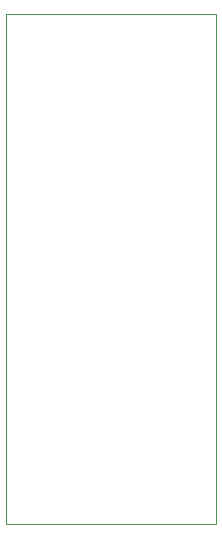
<source format=gbr>
G04 #@! TF.GenerationSoftware,KiCad,Pcbnew,(5.1.5)-3*
G04 #@! TF.CreationDate,2020-04-12T12:52:20+02:00*
G04 #@! TF.ProjectId,NanoIrrigator,4e616e6f-4972-4726-9967-61746f722e6b,0.1*
G04 #@! TF.SameCoordinates,Original*
G04 #@! TF.FileFunction,Profile,NP*
%FSLAX46Y46*%
G04 Gerber Fmt 4.6, Leading zero omitted, Abs format (unit mm)*
G04 Created by KiCad (PCBNEW (5.1.5)-3) date 2020-04-12 12:52:20*
%MOMM*%
%LPD*%
G04 APERTURE LIST*
%ADD10C,0.100000*%
G04 APERTURE END LIST*
D10*
X138176000Y-67437000D02*
X138176000Y-110617000D01*
X155956000Y-67437000D02*
X138176000Y-67437000D01*
X155956000Y-110617000D02*
X155956000Y-67437000D01*
X138176000Y-110617000D02*
X155956000Y-110617000D01*
M02*

</source>
